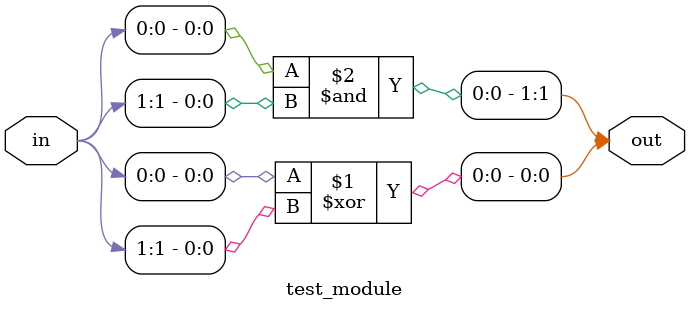
<source format=sv>
module test_module(
  input  logic [1:0] in,
  output logic [1:0] out
);

  assign out[0] = in[0] ^ in[1];
  assign out[1] = in[0] & in[1];

endmodule

</source>
